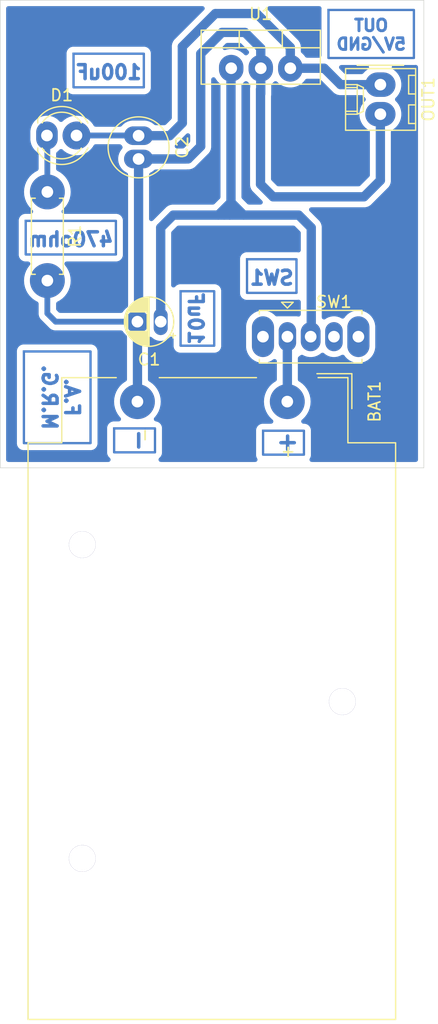
<source format=kicad_pcb>
(kicad_pcb (version 20240108) (generator "pcbnew") (generator_version "8.0")
  (layers (0 "F.Cu" signal) (31 "B.Cu" signal) (34 "B.Paste" user) (35 "F.Paste" user) (36 "B.SilkS" user "B.Silkscreen") (37 "F.SilkS" user "F.Silkscreen") (38 "B.Mask" user) (39 "F.Mask" user) (44 "Edge.Cuts" user))
  (net 0 "")
  (net 1 "Net-(BAT1--)")
  (net 2 "Net-(BAT1-+)")
  (net 3 "Net-(SW1A-B)")
  (net 4 "Net-(D1-A)")
  (net 5 "Net-(D1-K)")
  (net 6 "+5V")
  (footprint "Connector_Molex:Molex_KK-254_AE-6410-02A_1x02_P2.54mm_Vertical" (layer "F.Cu") (at 101.68 68.43 -90)
    (property "Reference" "OUT1" (at 1.27 -4.12 90) (layer "F.SilkS"))
    (property "Value" "5V/GND" (hide yes))
    (fp_line (start -1.38 2.99) (end 3.92 2.99) (stroke (width 0.12)) (layer "F.SilkS"))
    (fp_line (start 0 2.99) (end 0 1.99) (stroke (width 0.12)) (layer "F.SilkS"))
    (fp_line (start 0.25 2.99) (end 0.25 1.99) (stroke (width 0.12)) (layer "F.SilkS"))
    (fp_line (start 2.29 2.99) (end 2.29 1.99) (stroke (width 0.12)) (layer "F.SilkS"))
    (fp_line (start 3.92 2.99) (end 3.92 -3.03) (stroke (width 0.12)) (layer "F.SilkS"))
    (fp_line (start 0 1.99) (end 2.54 1.99) (stroke (width 0.12)) (layer "F.SilkS"))
    (fp_line (start 0 1.99) (end 0.25 1.46) (stroke (width 0.12)) (layer "F.SilkS"))
    (fp_line (start 2.54 1.99) (end 2.54 2.99) (stroke (width 0.12)) (layer "F.SilkS"))
    (fp_line (start 0.25 1.46) (end 2.29 1.46) (stroke (width 0.12)) (layer "F.SilkS"))
    (fp_line (start 2.29 1.46) (end 2.54 1.99) (stroke (width 0.12)) (layer "F.SilkS"))
    (fp_line (start -1.67 -2) (end -1.67 2) (stroke (width 0.12)) (layer "F.SilkS"))
    (fp_line (start -0.8 -2.43) (end 0.8 -2.43) (stroke (width 0.12)) (layer "F.SilkS"))
    (fp_line (start 0.8 -2.43) (end 0.8 -3.03) (stroke (width 0.12)) (layer "F.SilkS"))
    (fp_line (start 1.74 -2.43) (end 3.34 -2.43) (stroke (width 0.12)) (layer "F.SilkS"))
    (fp_line (start 3.34 -2.43) (end 3.34 -3.03) (stroke (width 0.12)) (layer "F.SilkS"))
    (fp_line (start -1.38 -3.03) (end -1.38 2.99) (stroke (width 0.12)) (layer "F.SilkS"))
    (fp_line (start -0.8 -3.03) (end -0.8 -2.43) (stroke (width 0.12)) (layer "F.SilkS"))
    (fp_line (start 1.74 -3.03) (end 1.74 -2.43) (stroke (width 0.12)) (layer "F.SilkS"))
    (fp_line (start 3.92 -3.03) (end -1.38 -3.03) (stroke (width 0.12)) (layer "F.SilkS"))
    (pad "1" thru_hole oval (at 0 0 270) (size 2.1 2.6) (drill 1) (layers "*.Cu" "*.Mask") (net 4 "Net-(D1-A)"))
    (pad "2" thru_hole oval (at 2.54 0 270) (size 2.1 2.6) (drill 1) (layers "*.Cu" "*.Mask") (net 1 "Net-(BAT1--)"))
  )
  (footprint "Capacitor_THT:CP_Radial_D4.0mm_P2.00mm" (layer "F.Cu") (at 82.8 88.8 180)
    (property "Reference" "C1" (at 1 -3.25 180) (layer "F.SilkS"))
    (property "Value" "10uF" (hide yes))
    (fp_line (start 3.081 -0.37) (end 3.081 0.37) (stroke (width 0.12)) (layer "F.SilkS"))
    (fp_line (start 3.041 -0.537) (end 3.041 0.537) (stroke (width 0.12)) (layer "F.SilkS"))
    (fp_line (start 3.001 -0.664) (end 3.001 0.664) (stroke (width 0.12)) (layer "F.SilkS"))
    (fp_line (start 2.961 -0.768) (end 2.961 0.768) (stroke (width 0.12)) (layer "F.SilkS"))
    (fp_line (start 2.921 -0.859) (end 2.921 0.859) (stroke (width 0.12)) (layer "F.SilkS"))
    (fp_line (start 2.881 -0.94) (end 2.881 0.94) (stroke (width 0.12)) (layer "F.SilkS"))
    (fp_line (start 2.841 -1.013) (end 2.841 1.013) (stroke (width 0.12)) (layer "F.SilkS"))
    (fp_line (start 2.801 0.84) (end 2.801 1.08) (stroke (width 0.12)) (layer "F.SilkS"))
    (fp_line (start 2.801 -1.08) (end 2.801 -0.84) (stroke (width 0.12)) (layer "F.SilkS"))
    (fp_line (start 2.761 0.84) (end 2.761 1.142) (stroke (width 0.12)) (layer "F.SilkS"))
    (fp_line (start 2.761 -1.142) (end 2.761 -0.84) (stroke (width 0.12)) (layer "F.SilkS"))
    (fp_line (start 2.721 0.84) (end 2.721 1.2) (stroke (width 0.12)) (layer "F.SilkS"))
    (fp_line (start 2.721 -1.2) (end 2.721 -0.84) (stroke (width 0.12)) (layer "F.SilkS"))
    (fp_line (start 2.681 0.84) (end 2.681 1.254) (stroke (width 0.12)) (layer "F.SilkS"))
    (fp_line (start 2.681 -1.254) (end 2.681 -0.84) (stroke (width 0.12)) (layer "F.SilkS"))
    (fp_line (start 2.641 0.84) (end 2.641 1.304) (stroke (width 0.12)) (layer "F.SilkS"))
    (fp_line (start 2.641 -1.304) (end 2.641 -0.84) (stroke (width 0.12)) (layer "F.SilkS"))
    (fp_line (start 2.601 0.84) (end 2.601 1.351) (stroke (width 0.12)) (layer "F.SilkS"))
    (fp_line (start 2.601 -1.351) (end 2.601 -0.84) (stroke (width 0.12)) (layer "F.SilkS"))
    (fp_line (start 2.561 0.84) (end 2.561 1.396) (stroke (width 0.12)) (layer "F.SilkS"))
    (fp_line (start 2.561 -1.396) (end 2.561 -0.84) (stroke (width 0.12)) (layer "F.SilkS"))
    (fp_line (start 2.521 0.84) (end 2.521 1.438) (stroke (width 0.12)) (layer "F.SilkS"))
    (fp_line (start 2.521 -1.438) (end 2.521 -0.84) (stroke (width 0.12)) (layer "F.SilkS"))
    (fp_line (start 2.481 0.84) (end 2.481 1.478) (stroke (width 0.12)) (layer "F.SilkS"))
    (fp_line (start 2.481 -1.478) (end 2.481 -0.84) (stroke (width 0.12)) (layer "F.SilkS"))
    (fp_line (start 2.441 0.84) (end 2.441 1.516) (stroke (width 0.12)) (layer "F.SilkS"))
    (fp_line (start 2.441 -1.516) (end 2.441 -0.84) (stroke (width 0.12)) (layer "F.SilkS"))
    (fp_line (start 2.401 0.84) (end 2.401 1.552) (stroke (width 0.12)) (layer "F.SilkS"))
    (fp_line (start 2.401 -1.552) (end 2.401 -0.84) (stroke (width 0.12)) (layer "F.SilkS"))
    (fp_line (start 2.361 0.84) (end 2.361 1.587) (stroke (width 0.12)) (layer "F.SilkS"))
    (fp_line (start 2.361 -1.587) (end 2.361 -0.84) (stroke (width 0.12)) (layer "F.SilkS"))
    (fp_line (start 2.321 0.84) (end 2.321 1.619) (stroke (width 0.12)) (layer "F.SilkS"))
    (fp_line (start 2.321 -1.619) (end 2.321 -0.84) (stroke (width 0.12)) (layer "F.SilkS"))
    (fp_line (start 2.281 0.84) (end 2.281 1.65) (stroke (width 0.12)) (layer "F.SilkS"))
    (fp_line (start 2.281 -1.65) (end 2.281 -0.84) (stroke (width 0.12)) (layer "F.SilkS"))
    (fp_line (start 2.241 0.84) (end 2.241 1.68) (stroke (width 0.12)) (layer "F.SilkS"))
    (fp_line (start 2.241 -1.68) (end 2.241 -0.84) (stroke (width 0.12)) (layer "F.SilkS"))
    (fp_line (start 2.201 0.84) (end 2.201 1.708) (stroke (width 0.12)) (layer "F.SilkS"))
    (fp_line (start 2.201 -1.708) (end 2.201 -0.84) (stroke (width 0.12)) (layer "F.SilkS"))
    (fp_line (start 2.161 0.84) (end 2.161 1.735) (stroke (width 0.12)) (layer "F.SilkS"))
    (fp_line (start 2.161 -1.735) (end 2.161 -0.84) (stroke (width 0.12)) (layer "F.SilkS"))
    (fp_line (start 2.121 0.84) (end 2.121 1.76) (stroke (width 0.12)) (layer "F.SilkS"))
    (fp_line (start 2.121 -1.76) (end 2.121 -0.84) (stroke (width 0.12)) (layer "F.SilkS"))
    (fp_line (start 2.081 0.84) (end 2.081 1.785) (stroke (width 0.12)) (layer "F.SilkS"))
    (fp_line (start 2.081 -1.785) (end 2.081 -0.84) (stroke (width 0.12)) (layer "F.SilkS"))
    (fp_line (start 2.041 0.84) (end 2.041 1.808) (stroke (width 0.12)) (layer "F.SilkS"))
    (fp_line (start 2.041 -1.808) (end 2.041 -0.84) (stroke (width 0.12)) (layer "F.SilkS"))
    (fp_line (start 2.001 0.84) (end 2.001 1.83) (stroke (width 0.12)) (layer "F.SilkS"))
    (fp_line (start 2.001 -1.83) (end 2.001 -0.84) (stroke (width 0.12)) (layer "F.SilkS"))
    (fp_line (start 1.961 0.84) (end 1.961 1.851) (stroke (width 0.12)) (layer "F.SilkS"))
    (fp_line (start 1.961 -1.851) (end 1.961 -0.84) (stroke (width 0.12)) (layer "F.SilkS"))
    (fp_line (start 1.921 0.84) (end 1.921 1.87) (stroke (width 0.12)) (layer "F.SilkS"))
    (fp_line (start 1.921 -1.87) (end 1.921 -0.84) (stroke (width 0.12)) (layer "F.SilkS"))
    (fp_line (start 1.881 0.84) (end 1.881 1.889) (stroke (width 0.12)) (layer "F.SilkS"))
    (fp_line (start 1.881 -1.889) (end 1.881 -0.84) (stroke (width 0.12)) (layer "F.SilkS"))
    (fp_line (start 1.841 0.84) (end 1.841 1.907) (stroke (width 0.12)) (layer "F.SilkS"))
    (fp_line (start 1.841 -1.907) (end 1.841 -0.84) (stroke (width 0.12)) (layer "F.SilkS"))
    (fp_line (start 1.801 0.84) (end 1.801 1.924) (stroke (width 0.12)) (layer "F.SilkS"))
    (fp_line (start 1.801 -1.924) (end 1.801 -0.84) (stroke (width 0.12)) (layer "F.SilkS"))
    (fp_line (start 1.761 0.84) (end 1.761 1.94) (stroke (width 0.12)) (layer "F.SilkS"))
    (fp_line (start 1.761 -1.94) (end 1.761 -0.84) (stroke (width 0.12)) (layer "F.SilkS"))
    (fp_line (start 1.721 0.84) (end 1.721 1.954) (stroke (width 0.12)) (layer "F.SilkS"))
    (fp_line (start 1.721 -1.954) (end 1.721 -0.84) (stroke (width 0.12)) (layer "F.SilkS"))
    (fp_line (start 1.68 0.84) (end 1.68 1.968) (stroke (width 0.12)) (layer "F.SilkS"))
    (fp_line (start 1.68 -1.968) (end 1.68 -0.84) (stroke (width 0.12)) (layer "F.SilkS"))
    (fp_line (start 1.64 0.84) (end 1.64 1.982) (stroke (width 0.12)) (layer "F.SilkS"))
    (fp_line (start 1.64 -1.982) (end 1.64 -0.84) (stroke (width 0.12)) (layer "F.SilkS"))
    (fp_line (start 1.6 0.84) (end 1.6 1.994) (stroke (width 0.12)) (layer "F.SilkS"))
    (fp_line (start 1.6 -1.994) (end 1.6 -0.84) (stroke (width 0.12)) (layer "F.SilkS"))
    (fp_line (start 1.56 0.84) (end 1.56 2.005) (stroke (width 0.12)) (layer "F.SilkS"))
    (fp_line (start 1.56 -2.005) (end 1.56 -0.84) (stroke (width 0.12)) (layer "F.SilkS"))
    (fp_line (start 1.52 0.84) (end 1.52 2.016) (stroke (width 0.12)) (layer "F.SilkS"))
    (fp_line (start 1.52 -2.016) (end 1.52 -0.84) (stroke (width 0.12)) (layer "F.SilkS"))
    (fp_line (start 1.48 0.84) (end 1.48 2.025) (stroke (width 0.12)) (layer "F.SilkS"))
    (fp_line (start 1.48 -2.025) (end 1.48 -0.84) (stroke (width 0.12)) (layer "F.SilkS"))
    (fp_line (start 1.44 0.84) (end 1.44 2.034) (stroke (width 0.12)) (layer "F.SilkS"))
    (fp_line (start 1.44 -2.034) (end 1.44 -0.84) (stroke (width 0.12)) (layer "F.SilkS"))
    (fp_line (start 1.4 0.84) (end 1.4 2.042) (stroke (width 0.12)) (layer "F.SilkS"))
    (fp_line (start 1.4 -2.042) (end 1.4 -0.84) (stroke (width 0.12)) (layer "F.SilkS"))
    (fp_line (start 1.36 0.84) (end 1.36 2.05) (stroke (width 0.12)) (layer "F.SilkS"))
    (fp_line (start 1.36 -2.05) (end 1.36 -0.84) (stroke (width 0.12)) (layer "F.SilkS"))
    (fp_line (start 1.32 0.84) (end 1.32 2.056) (stroke (width 0.12)) (layer "F.SilkS"))
    (fp_line (start 1.32 -2.056) (end 1.32 -0.84) (stroke (width 0.12)) (layer "F.SilkS"))
    (fp_line (start 1.28 0.84) (end 1.28 2.062) (stroke (width 0.12)) (layer "F.SilkS"))
    (fp_line (start 1.28 -2.062) (end 1.28 -0.84) (stroke (width 0.12)) (layer "F.SilkS"))
    (fp_line (start 1.24 0.84) (end 1.24 2.067) (stroke (width 0.12)) (layer "F.SilkS"))
    (fp_line (start 1.24 -2.067) (end 1.24 -0.84) (stroke (width 0.12)) (layer "F.SilkS"))
    (fp_line (start 1.2 0.84) (end 1.2 2.071) (stroke (width 0.12)) (layer "F.SilkS"))
    (fp_line (start 1.2 -2.071) (end 1.2 -0.84) (stroke (width 0.12)) (layer "F.SilkS"))
    (fp_line (start 1.16 -2.074) (end 1.16 2.074) (stroke (width 0.12)) (layer "F.SilkS"))
    (fp_line (start 1.12 -2.077) (end 1.12 2.077) (stroke (width 0.12)) (layer "F.SilkS"))
    (fp_line (start 1.08 -2.079) (end 1.08 2.079) (stroke (width 0.12)) (layer "F.SilkS"))
    (fp_line (start 1.04 -2.08) (end 1.04 2.08) (stroke (width 0.12)) (layer "F.SilkS"))
    (fp_line (start 1 -2.08) (end 1 2.08) (stroke (width 0.12)) (layer "F.SilkS"))
    (fp_line (start -1.069801 -1.395) (end -1.069801 -0.995) (stroke (width 0.12)) (layer "F.SilkS"))
    (fp_line (start -1.269801 -1.195) (end -0.869801 -1.195) (stroke (width 0.12)) (layer "F.SilkS"))
    (fp_circle (center 1 0) (end 3.12 0) (stroke (width 0.12)) (fill none) (layer "F.SilkS"))
    (pad "1" thru_hole oval (at 0 0 180) (size 1.2 2.3) (drill 1) (layers "*.Cu" "*.Mask") (net 3 "Net-(SW1A-B)"))
    (pad "2" thru_hole circle (at 2 0 180) (size 2 2) (drill 1) (layers "*.Cu" "*.Mask") (net 1 "Net-(BAT1--)"))
  )
  (footprint "Capacitor_THT:C_Radial_D5.0mm_H5.0mm_P2.00mm" (layer "F.Cu") (at 80.9 72.817618 -90)
    (property "Reference" "C2" (at 1 -3.75 -90) (layer "F.SilkS"))
    (property "Value" "100uF")
    (fp_circle (center 1 0) (end 3.62 0) (stroke (width 0.12)) (fill none) (layer "F.SilkS"))
    (pad "1" thru_hole oval (at 0 0 270) (size 1.6 2.5) (drill 1) (layers "*.Cu" "*.Mask") (net 4 "Net-(D1-A)"))
    (pad "2" thru_hole oval (at 2 0 270) (size 1.6 2.5) (drill 1) (layers "*.Cu" "*.Mask") (net 1 "Net-(BAT1--)"))
  )
  (footprint "LED_THT:LED_D4.0mm" (layer "F.Cu") (at 73.025 72.8)
    (property "Reference" "D1" (at 1.27 -3.46 0) (layer "F.SilkS"))
    (property "Value" "LED")
    (fp_line (start -0.79 -1.399) (end -0.79 -1.08) (stroke (width 0.12)) (layer "F.SilkS"))
    (fp_line (start -0.79 1.08) (end -0.79 1.399) (stroke (width 0.12)) (layer "F.SilkS"))
    (fp_arc (start -0.79 -1.398749) (mid 1.453519 -2.483228) (end 3.513242 -1.080724) (stroke (width 0.12)) (layer "F.SilkS"))
    (fp_arc (start -0.41333 -1.08) (mid 1.269429 -2) (end 2.952713 -1.080961) (stroke (width 0.12)) (layer "F.SilkS"))
    (fp_arc (start 2.952713 1.080961) (mid 1.269429 2) (end -0.41333 1.08) (stroke (width 0.12)) (layer "F.SilkS"))
    (fp_arc (start 3.513242 1.080724) (mid 1.453519 2.483228) (end -0.79 1.398749) (stroke (width 0.12)) (layer "F.SilkS"))
    (pad "1" thru_hole oval (at 0 0) (size 1.85 2.4) (drill 1) (layers "*.Cu" "*.Mask") (net 5 "Net-(D1-K)"))
    (pad "2" thru_hole circle (at 2.54 0) (size 2.4 2.4) (drill 1) (layers "*.Cu" "*.Mask") (net 4 "Net-(D1-A)"))
  )
  (footprint "Resistor_THT:R_Axial_DIN0207_L6.3mm_D2.5mm_P7.62mm_Horizontal" (layer "F.Cu") (at 73.06 77.65 -90)
    (property "Reference" "R1" (at 3.81 -2.37 -90) (layer "F.SilkS"))
    (property "Value" "470 OHM")
    (fp_line (start 0.54 1.37) (end 7.08 1.37) (stroke (width 0.12)) (layer "F.SilkS"))
    (fp_line (start 7.08 1.37) (end 7.08 1.04) (stroke (width 0.12)) (layer "F.SilkS"))
    (fp_line (start 0.54 1.04) (end 0.54 1.37) (stroke (width 0.12)) (layer "F.SilkS"))
    (fp_line (start 0.54 -1.04) (end 0.54 -1.37) (stroke (width 0.12)) (layer "F.SilkS"))
    (fp_line (start 0.54 -1.37) (end 7.08 -1.37) (stroke (width 0.12)) (layer "F.SilkS"))
    (fp_line (start 7.08 -1.37) (end 7.08 -1.04) (stroke (width 0.12)) (layer "F.SilkS"))
    (pad "1" thru_hole circle (at 0 0 270) (size 3 3) (drill 1) (layers "*.Cu" "*.Mask") (net 5 "Net-(D1-K)"))
    (pad "2" thru_hole circle (at 7.62 0 270) (size 3 3) (drill 1) (layers "*.Cu" "*.Mask") (net 1 "Net-(BAT1--)"))
  )
  (footprint "Package_TO_SOT_THT:TO-220-3_Vertical" (layer "F.Cu") (at 88.86 67.02)
    (property "Reference" "U1" (at 2.54 -4.66555 0) (layer "F.SilkS"))
    (property "Value" "LM7805" (hide yes))
    (fp_line (start -2.58 -3.27) (end -2.58 1.371) (stroke (width 0.12)) (layer "F.SilkS"))
    (fp_line (start -2.58 -3.27) (end 7.66 -3.27) (stroke (width 0.12)) (layer "F.SilkS"))
    (fp_line (start -2.58 -1.76) (end 7.66 -1.76) (stroke (width 0.12)) (layer "F.SilkS"))
    (fp_line (start -2.58 1.371) (end 7.66 1.371) (stroke (width 0.12)) (layer "F.SilkS"))
    (fp_line (start 0.69 -3.27) (end 0.69 -1.76) (stroke (width 0.12)) (layer "F.SilkS"))
    (fp_line (start 4.391 -3.27) (end 4.391 -1.76) (stroke (width 0.12)) (layer "F.SilkS"))
    (fp_line (start 7.66 -3.27) (end 7.66 1.371) (stroke (width 0.12)) (layer "F.SilkS"))
    (pad "1" thru_hole oval (at 0 0) (size 2.1 2.3) (drill 1) (layers "*.Cu" "*.Mask") (net 3 "Net-(SW1A-B)"))
    (pad "2" thru_hole oval (at 2.54 0) (size 2.1 2.3) (drill 1) (layers "*.Cu" "*.Mask") (net 1 "Net-(BAT1--)"))
    (pad "3" thru_hole oval (at 5.08 0) (size 2.1 2.3) (drill 1) (layers "*.Cu" "*.Mask") (net 4 "Net-(D1-A)"))
  )
  (footprint "Button_Switch_THT:SW_Slide_SPDT_Straight_CK_OS102011MS2Q" (layer "F.Cu") (at 93.69 90.09)
    (property "Reference" "SW1" (at 3.99 -2.99 0) (layer "F.SilkS"))
    (property "Value" "SW_DPDT_x2")
    (fp_line (start -2.41 -2.26) (end 6.41 -2.26) (stroke (width 0.12)) (layer "F.SilkS"))
    (fp_line (start -2.41 -1.95) (end -2.41 -2.26) (stroke (width 0.12)) (layer "F.SilkS"))
    (fp_line (start -2.41 2.26) (end -2.41 1.95) (stroke (width 0.12)) (layer "F.SilkS"))
    (fp_line (start -0.5 -2.96) (end 0 -2.46) (stroke (width 0.12)) (layer "F.SilkS"))
    (fp_line (start 0 -2.46) (end 0.5 -2.96) (stroke (width 0.12)) (layer "F.SilkS"))
    (fp_line (start 0.5 -2.96) (end -0.5 -2.96) (stroke (width 0.12)) (layer "F.SilkS"))
    (fp_line (start 6.41 -2.26) (end 6.41 -1.95) (stroke (width 0.12)) (layer "F.SilkS"))
    (fp_line (start 6.41 2.26) (end -2.41 2.26) (stroke (width 0.12)) (layer "F.SilkS"))
    (fp_line (start 6.41 2.26) (end 6.41 1.95) (stroke (width 0.12)) (layer "F.SilkS"))
    (pad "" thru_hole oval (at -2.1 0) (size 1.9 3.5) (drill 1) (layers "*.Cu" "*.Mask"))
    (pad "" thru_hole oval (at 6.1 0) (size 1.9 3.5) (drill 1) (layers "*.Cu" "*.Mask"))
    (pad "1" thru_hole oval (at 0 0) (size 1.5 2.5) (drill 1) (layers "*.Cu" "*.Mask") (net 2 "Net-(BAT1-+)"))
    (pad "2" thru_hole oval (at 2 0) (size 1.7 2.5) (drill 1) (layers "*.Cu" "*.Mask") (net 3 "Net-(SW1A-B)"))
    (pad "3" thru_hole oval (at 4 0) (size 1.5 2.5) (drill 1) (layers "*.Cu" "*.Mask") (net 6 "+5V"))
  )
  (footprint "Battery:BatteryHolder_MPD_BA9VPC_1xPP3" (layer "F.Cu") (at 93.68 95.67 -90)
    (property "Reference" "BAT1" (at 0 -7.5 90) (layer "F.SilkS"))
    (property "Value" "9V" (hide yes))
    (fp_line (start 3.54 22.28) (end 3.54 19.38) (stroke (width 0.12)) (layer "F.SilkS"))
    (fp_line (start 53.1 22.28) (end 3.54 22.28) (stroke (width 0.12)) (layer "F.SilkS"))
    (fp_line (start 53.1 22.28) (end 53.1 -9.31) (stroke (width 0.12)) (layer "F.SilkS"))
    (fp_line (start -2.06 19.38) (end -2.06 14.7) (stroke (width 0.12)) (layer "F.SilkS"))
    (fp_line (start 3.54 19.38) (end -2.06 19.38) (stroke (width 0.12)) (layer "F.SilkS"))
    (fp_line (start -2.06 2.65) (end -2.06 11) (stroke (width 0.12)) (layer "F.SilkS"))
    (fp_line (start -2.06 -5.21) (end -2.06 -2.65) (stroke (width 0.12)) (layer "F.SilkS"))
    (fp_line (start 3.54 -5.21) (end -2.06 -5.21) (stroke (width 0.12)) (layer "F.SilkS"))
    (fp_line (start -2.4 -5.55) (end -2.4 -2.55) (stroke (width 0.12)) (layer "F.SilkS"))
    (fp_line (start -2.4 -5.55) (end 0.6 -5.55) (stroke (width 0.12)) (layer "F.SilkS"))
    (fp_line (start 3.54 -9.31) (end 3.54 -5.21) (stroke (width 0.12)) (layer "F.SilkS"))
    (fp_line (start 53.1 -9.31) (end 3.54 -9.31) (stroke (width 0.12)) (layer "F.SilkS"))
    (fp_text user "-" (at 3.6 12.88 90) (layer "F.SilkS") (effects (justify right top mirror)))
    (fp_text user "+" (at 3.6 0 90) (layer "F.SilkS") (effects (justify right)))
    (pad "" np_thru_hole circle (at 12.29 17.62 270) (size 2.3 2.3) (drill 2.29) (layers "*.Cu" "*.Mask"))
    (pad "" np_thru_hole circle (at 25.78 -4.73 270) (size 2.3 2.3) (drill 2.29) (layers "*.Cu" "*.Mask"))
    (pad "" np_thru_hole circle (at 39.26 17.62 270) (size 2.3 2.3) (drill 2.29) (layers "*.Cu" "*.Mask"))
    (pad "1" thru_hole circle (at 0 0 270) (size 3 3) (drill 1) (layers "*.Cu" "*.Mask") (net 2 "Net-(BAT1-+)"))
    (pad "2" thru_hole circle (at 0 12.88 270) (size 3 3) (drill 1) (layers "*.Cu" "*.Mask") (net 1 "Net-(BAT1--)"))
  )
  (gr_line (start 69.015 66.36) (end 69.015 61.18) (stroke (width 0.05)) (layer "Edge.Cuts"))
  (gr_line (start 105.415 101.36) (end 105.415 66.36) (stroke (width 0.05)) (layer "Edge.Cuts"))
  (gr_line (start 69.015 66.36) (end 69.015 101.36) (stroke (width 0.05)) (layer "Edge.Cuts"))
  (gr_line (start 105.415 66.36) (end 105.415 61.18) (stroke (width 0.05)) (layer "Edge.Cuts"))
  (gr_line (start 105.415 101.36) (end 69.02 101.36) (stroke (width 0.05)) (layer "Edge.Cuts"))
  (gr_line (start 69.015 61.18) (end 105.415 61.18) (stroke (width 0.05)) (layer "Edge.Cuts"))
  (gr_text_box "SW1" (start 90.22 83.435) (end 94.47 86.325) (layer "B.Cu") (effects (font (size 1.2 1.2) (thickness 0.3) (bold yes)) (justify top mirror)) (border yes) (stroke (width 0.2)))
  (gr_text_box "470ohm" (start 71.2 80.135) (end 78.95 83.025) (layer "B.Cu") (effects (font (size 1.2 1.2) (thickness 0.3) (bold yes)) (justify top mirror)) (border yes) (stroke (width 0.2)))
  (gr_text_box "F.A. M.R.G." (start 71.0438 91.36) (end 76.77 99.24) (angle 270) (layer "B.Cu") (effects (font (size 1.2 1.2) (thickness 0.3) (bold yes)) (justify top mirror)) (border yes) (stroke (width 0.2)))
  (gr_text_box "100uF" (start 75.31 65.77) (end 81.35 68.66) (layer "B.Cu") (effects (font (size 1.2 1.2) (thickness 0.3) (bold yes)) (justify top mirror)) (border yes) (stroke (width 0.2)))
  (gr_text_box "-" (start 78.79943 97.9726) (end 82.31 100.03) (angle 90) (layer "B.Cu") (effects (font (size 1.5 1.5) (thickness 0.3) (bold yes)) (justify top mirror)) (border yes) (stroke (width 0.2)))
  (gr_text_box "10uF" (start 84.51 86.185) (end 87.4 90.865) (angle 270) (layer "B.Cu") (effects (font (size 1.2 1.2) (thickness 0.3) (bold yes)) (justify top mirror)) (border yes) (stroke (width 0.2)))
  (gr_text_box "+" (start 91.59943 98.1726) (end 95.11 100.23) (angle 90) (layer "B.Cu") (effects (font (size 1.5 1.5) (thickness 0.3) (bold yes)) (justify top mirror)) (border yes) (stroke (width 0.2)))
  (gr_text_box "OUT \n5V/GND" (start 97.22 62.01) (end 104.56 66.14) (layer "B.Cu") (effects (font (size 1 1) (thickness 0.25) (bold yes)) (justify top mirror)) (border yes) (stroke (width 0.2)))
  (segment (start 91.4 67.02) (end 91.4 68.81) (width 0.8) (layer "B.Cu") (net 1))
  (segment (start 91.38 68.83) (end 91.4 68.81) (width 0.8) (layer "B.Cu") (net 1))
  (segment (start 101.68 76.66) (end 101.68 70.97) (width 0.8) (layer "B.Cu") (net 1))
  (segment (start 91.4 68.81) (end 91.4 69.23) (width 0.8) (layer "B.Cu") (net 1))
  (segment (start 80.9 88.7) (end 80.8 88.8) (width 0.5) (layer "B.Cu") (net 1))
  (segment (start 80.805 95.88) (end 80.805 88.805) (width 0.8) (layer "B.Cu") (net 1))
  (segment (start 92.46 78.07) (end 100.27 78.07) (width 0.8) (layer "B.Cu") (net 1))
  (segment (start 73.06 85.27) (end 73.06 88.09) (width 0.5) (layer "B.Cu") (net 1))
  (segment (start 88.07 63.94) (end 86.24 65.77) (width 0.8) (layer "B.Cu") (net 1))
  (segment (start 86.24 73.73) (end 86.24 65.77) (width 0.8) (layer "B.Cu") (net 1))
  (segment (start 73.77 88.8) (end 80.8 88.8) (width 0.5) (layer "B.Cu") (net 1))
  (segment (start 85.16 74.81) (end 86.24 73.73) (width 0.8) (layer "B.Cu") (net 1))
  (segment (start 80.9 74.817618) (end 80.9 88.7) (width 0.8) (layer "B.Cu") (net 1))
  (segment (start 90.04 63.94) (end 88.07 63.94) (width 0.8) (layer "B.Cu") (net 1))
  (segment (start 84.932382 74.817618) (end 80.9 74.817618) (width 0.8) (layer "B.Cu") (net 1))
  (segment (start 91.4 67.02) (end 91.4 65.3) (width 0.8) (layer "B.Cu") (net 1))
  (segment (start 84.94 74.81) (end 84.932382 74.817618) (width 0.8) (layer "B.Cu") (net 1))
  (segment (start 80.8 74.917618) (end 80.9 74.817618) (width 0.5) (layer "B.Cu") (net 1))
  (segment (start 73.06 88.09) (end 73.77 88.8) (width 0.5) (layer "B.Cu") (net 1))
  (segment (start 91.38 76.99) (end 91.38 68.83) (width 0.8) (layer "B.Cu") (net 1))
  (segment (start 100.27 78.07) (end 101.68 76.66) (width 0.8) (layer "B.Cu") (net 1))
  (segment (start 85.16 74.81) (end 84.94 74.81) (width 0.8) (layer "B.Cu") (net 1))
  (segment (start 80.805 88.805) (end 80.8 88.8) (width 0.8) (layer "B.Cu") (net 1))
  (segment (start 91.38 76.99) (end 92.46 78.07) (width 0.8) (layer "B.Cu") (net 1))
  (segment (start 91.4 65.3) (end 90.04 63.94) (width 0.8) (layer "B.Cu") (net 1))
  (segment (start 93.685 90.0475) (end 93.7325 90) (width 0.5) (layer "B.Cu") (net 2))
  (segment (start 93.685 95.88) (end 93.685 90.0475) (width 0.8) (layer "B.Cu") (net 2))
  (segment (start 94.66 79.64) (end 95.025 80.005) (width 0.8) (layer "B.Cu") (net 3))
  (segment (start 95.74 80.72) (end 95.74 90.04) (width 0.8) (layer "B.Cu") (net 3))
  (segment (start 87.75 79.64) (end 88.83 78.56) (width 0.8) (layer "B.Cu") (net 3))
  (segment (start 88.84 79.53) (end 88.84 67.04) (width 0.8) (layer "B.Cu") (net 3))
  (segment (start 83.88 79.64) (end 88.26 79.64) (width 0.8) (layer "B.Cu") (net 3))
  (segment (start 88.84 67.04) (end 88.86 67.02) (width 0.8) (layer "B.Cu") (net 3))
  (segment (start 82.8 80.72) (end 83.88 79.64) (width 0.8) (layer "B.Cu") (net 3))
  (segment (start 95.74 90.04) (end 95.69 90.09) (width 0.8) (layer "B.Cu") (net 3))
  (segment (start 89.93 79.64) (end 88.85 78.56) (width 0.8) (layer "B.Cu") (net 3))
  (segment (start 88.73 79.64) (end 94.66 79.64) (width 0.8) (layer "B.Cu") (net 3))
  (segment (start 88.26 79.64) (end 88.73 79.64) (width 0.8) (layer "B.Cu") (net 3))
  (segment (start 88.73 79.64) (end 88.84 79.53) (width 0.8) (layer "B.Cu") (net 3))
  (segment (start 95.025 80.005) (end 95.74 80.72) (width 0.8) (layer "B.Cu") (net 3))
  (segment (start 82.8 88.8) (end 82.8 80.72) (width 0.8) (layer "B.Cu") (net 3))
  (segment (start 93.94 67.02) (end 93.94 65.22) (width 0.8) (layer "B.Cu") (net 4))
  (segment (start 84.66 71.73) (end 83.572382 72.817618) (width 0.8) (layer "B.Cu") (net 4))
  (segment (start 91.04 62.32) (end 87.5 62.32) (width 0.8) (layer "B.Cu") (net 4))
  (segment (start 75.565 72.8) (end 80.882382 72.8) (width 0.5) (layer "B.Cu") (net 4))
  (segment (start 80.882382 72.8) (end 80.9 72.817618) (width 0.5) (layer "B.Cu") (net 4))
  (segment (start 93.94 67.02) (end 96.85 67.02) (width 0.8) (layer "B.Cu") (net 4))
  (segment (start 93.94 65.22) (end 91.04 62.32) (width 0.8) (layer "B.Cu") (net 4))
  (segment (start 83.572382 72.817618) (end 80.9 72.817618) (width 0.8) (layer "B.Cu") (net 4))
  (segment (start 84.66 71.73) (end 84.66 65.164764) (width 0.8) (layer "B.Cu") (net 4))
  (segment (start 84.66 65.164764) (end 84.657618 65.162382) (width 0.8) (layer "B.Cu") (net 4))
  (segment (start 96.85 67.02) (end 98.26 68.43) (width 0.8) (layer "B.Cu") (net 4))
  (segment (start 84.657618 65.162382) (end 87.5 62.32) (width 0.8) (layer "B.Cu") (net 4))
  (segment (start 98.26 68.43) (end 101.68 68.43) (width 0.8) (layer "B.Cu") (net 4))
  (segment (start 80.942382 72.86) (end 80.9 72.817618) (width 0.5) (layer "B.Cu") (net 4))
  (segment (start 73.06 77.65) (end 73.06 72.835) (width 0.5) (layer "B.Cu") (net 5))
  (segment (start 73.06 72.835) (end 73.025 72.8) (width 0.5) (layer "B.Cu") (net 5))
  (zone (net 0) (net_name "") (layer "B.Cu") (connect_pads (clearance 0.5)) (min_thickness 0.4) (fill yes (thermal_gap 0.5) (thermal_bridge_width 0.5) (island_removal_mode 1) (island_area_min 10))
    (polygon (pts (xy 105.41 101.35) (xy 105.41 61.18) (xy 69.02 61.18) (xy 69.02 101.35)))
  )
)
</source>
